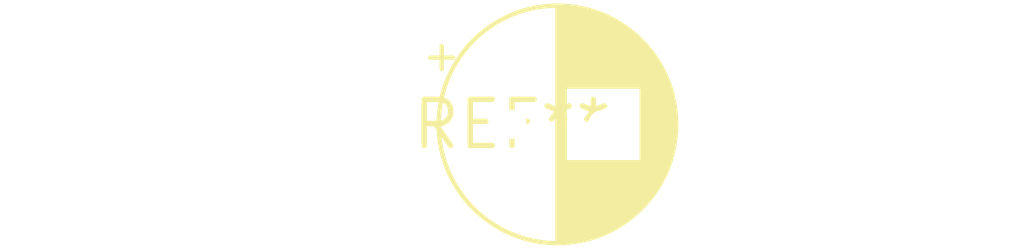
<source format=kicad_pcb>
(kicad_pcb (version 20240108) (generator pcbnew)
  (layers (0 "F.Cu" signal) (31 "B.Cu" signal) (34 "B.Paste" user) (35 "F.Paste" user) (36 "B.SilkS" user "B.Silkscreen") (37 "F.SilkS" user "F.Silkscreen") (38 "B.Mask" user) (39 "F.Mask" user) (44 "Edge.Cuts" user))
  (net 0 "")
  (footprint "CP_Radial_D6.3mm_P2.50mm" (layer "F.Cu") (at 0 0)
    (property "Reference" "REF**")
    (property "Value" "CP_Radial_D6.3mm_P2.50mm")
    (fp_line (start -2.250241 -1.839) (end -1.620241 -1.839) (layer "F.SilkS") (stroke (width 0.12)))
    (fp_line (start -1.935241 -2.154) (end -1.935241 -1.524) (layer "F.SilkS") (stroke (width 0.12)))
    (fp_line (start 1.25 -3.23) (end 1.25 3.23) (layer "F.SilkS") (stroke (width 0.12)))
    (fp_line (start 1.29 -3.23) (end 1.29 3.23) (layer "F.SilkS") (stroke (width 0.12)))
    (fp_line (start 1.33 -3.23) (end 1.33 3.23) (layer "F.SilkS") (stroke (width 0.12)))
    (fp_line (start 1.37 -3.228) (end 1.37 3.228) (layer "F.SilkS") (stroke (width 0.12)))
    (fp_line (start 1.41 -3.227) (end 1.41 3.227) (layer "F.SilkS") (stroke (width 0.12)))
    (fp_line (start 1.45 -3.224) (end 1.45 3.224) (layer "F.SilkS") (stroke (width 0.12)))
    (fp_line (start 1.49 -3.222) (end 1.49 -1.04) (layer "F.SilkS") (stroke (width 0.12)))
    (fp_line (start 1.49 1.04) (end 1.49 3.222) (layer "F.SilkS") (stroke (width 0.12)))
    (fp_line (start 1.53 -3.218) (end 1.53 -1.04) (layer "F.SilkS") (stroke (width 0.12)))
    (fp_line (start 1.53 1.04) (end 1.53 3.218) (layer "F.SilkS") (stroke (width 0.12)))
    (fp_line (start 1.57 -3.215) (end 1.57 -1.04) (layer "F.SilkS") (stroke (width 0.12)))
    (fp_line (start 1.57 1.04) (end 1.57 3.215) (layer "F.SilkS") (stroke (width 0.12)))
    (fp_line (start 1.61 -3.211) (end 1.61 -1.04) (layer "F.SilkS") (stroke (width 0.12)))
    (fp_line (start 1.61 1.04) (end 1.61 3.211) (layer "F.SilkS") (stroke (width 0.12)))
    (fp_line (start 1.65 -3.206) (end 1.65 -1.04) (layer "F.SilkS") (stroke (width 0.12)))
    (fp_line (start 1.65 1.04) (end 1.65 3.206) (layer "F.SilkS") (stroke (width 0.12)))
    (fp_line (start 1.69 -3.201) (end 1.69 -1.04) (layer "F.SilkS") (stroke (width 0.12)))
    (fp_line (start 1.69 1.04) (end 1.69 3.201) (layer "F.SilkS") (stroke (width 0.12)))
    (fp_line (start 1.73 -3.195) (end 1.73 -1.04) (layer "F.SilkS") (stroke (width 0.12)))
    (fp_line (start 1.73 1.04) (end 1.73 3.195) (layer "F.SilkS") (stroke (width 0.12)))
    (fp_line (start 1.77 -3.189) (end 1.77 -1.04) (layer "F.SilkS") (stroke (width 0.12)))
    (fp_line (start 1.77 1.04) (end 1.77 3.189) (layer "F.SilkS") (stroke (width 0.12)))
    (fp_line (start 1.81 -3.182) (end 1.81 -1.04) (layer "F.SilkS") (stroke (width 0.12)))
    (fp_line (start 1.81 1.04) (end 1.81 3.182) (layer "F.SilkS") (stroke (width 0.12)))
    (fp_line (start 1.85 -3.175) (end 1.85 -1.04) (layer "F.SilkS") (stroke (width 0.12)))
    (fp_line (start 1.85 1.04) (end 1.85 3.175) (layer "F.SilkS") (stroke (width 0.12)))
    (fp_line (start 1.89 -3.167) (end 1.89 -1.04) (layer "F.SilkS") (stroke (width 0.12)))
    (fp_line (start 1.89 1.04) (end 1.89 3.167) (layer "F.SilkS") (stroke (width 0.12)))
    (fp_line (start 1.93 -3.159) (end 1.93 -1.04) (layer "F.SilkS") (stroke (width 0.12)))
    (fp_line (start 1.93 1.04) (end 1.93 3.159) (layer "F.SilkS") (stroke (width 0.12)))
    (fp_line (start 1.971 -3.15) (end 1.971 -1.04) (layer "F.SilkS") (stroke (width 0.12)))
    (fp_line (start 1.971 1.04) (end 1.971 3.15) (layer "F.SilkS") (stroke (width 0.12)))
    (fp_line (start 2.011 -3.141) (end 2.011 -1.04) (layer "F.SilkS") (stroke (width 0.12)))
    (fp_line (start 2.011 1.04) (end 2.011 3.141) (layer "F.SilkS") (stroke (width 0.12)))
    (fp_line (start 2.051 -3.131) (end 2.051 -1.04) (layer "F.SilkS") (stroke (width 0.12)))
    (fp_line (start 2.051 1.04) (end 2.051 3.131) (layer "F.SilkS") (stroke (width 0.12)))
    (fp_line (start 2.091 -3.121) (end 2.091 -1.04) (layer "F.SilkS") (stroke (width 0.12)))
    (fp_line (start 2.091 1.04) (end 2.091 3.121) (layer "F.SilkS") (stroke (width 0.12)))
    (fp_line (start 2.131 -3.11) (end 2.131 -1.04) (layer "F.SilkS") (stroke (width 0.12)))
    (fp_line (start 2.131 1.04) (end 2.131 3.11) (layer "F.SilkS") (stroke (width 0.12)))
    (fp_line (start 2.171 -3.098) (end 2.171 -1.04) (layer "F.SilkS") (stroke (width 0.12)))
    (fp_line (start 2.171 1.04) (end 2.171 3.098) (layer "F.SilkS") (stroke (width 0.12)))
    (fp_line (start 2.211 -3.086) (end 2.211 -1.04) (layer "F.SilkS") (stroke (width 0.12)))
    (fp_line (start 2.211 1.04) (end 2.211 3.086) (layer "F.SilkS") (stroke (width 0.12)))
    (fp_line (start 2.251 -3.074) (end 2.251 -1.04) (layer "F.SilkS") (stroke (width 0.12)))
    (fp_line (start 2.251 1.04) (end 2.251 3.074) (layer "F.SilkS") (stroke (width 0.12)))
    (fp_line (start 2.291 -3.061) (end 2.291 -1.04) (layer "F.SilkS") (stroke (width 0.12)))
    (fp_line (start 2.291 1.04) (end 2.291 3.061) (layer "F.SilkS") (stroke (width 0.12)))
    (fp_line (start 2.331 -3.047) (end 2.331 -1.04) (layer "F.SilkS") (stroke (width 0.12)))
    (fp_line (start 2.331 1.04) (end 2.331 3.047) (layer "F.SilkS") (stroke (width 0.12)))
    (fp_line (start 2.371 -3.033) (end 2.371 -1.04) (layer "F.SilkS") (stroke (width 0.12)))
    (fp_line (start 2.371 1.04) (end 2.371 3.033) (layer "F.SilkS") (stroke (width 0.12)))
    (fp_line (start 2.411 -3.018) (end 2.411 -1.04) (layer "F.SilkS") (stroke (width 0.12)))
    (fp_line (start 2.411 1.04) (end 2.411 3.018) (layer "F.SilkS") (stroke (width 0.12)))
    (fp_line (start 2.451 -3.002) (end 2.451 -1.04) (layer "F.SilkS") (stroke (width 0.12)))
    (fp_line (start 2.451 1.04) (end 2.451 3.002) (layer "F.SilkS") (stroke (width 0.12)))
    (fp_line (start 2.491 -2.986) (end 2.491 -1.04) (layer "F.SilkS") (stroke (width 0.12)))
    (fp_line (start 2.491 1.04) (end 2.491 2.986) (layer "F.SilkS") (stroke (width 0.12)))
    (fp_line (start 2.531 -2.97) (end 2.531 -1.04) (layer "F.SilkS") (stroke (width 0.12)))
    (fp_line (start 2.531 1.04) (end 2.531 2.97) (layer "F.SilkS") (stroke (width 0.12)))
    (fp_line (start 2.571 -2.952) (end 2.571 -1.04) (layer "F.SilkS") (stroke (width 0.12)))
    (fp_line (start 2.571 1.04) (end 2.571 2.952) (layer "F.SilkS") (stroke (width 0.12)))
    (fp_line (start 2.611 -2.934) (end 2.611 -1.04) (layer "F.SilkS") (stroke (width 0.12)))
    (fp_line (start 2.611 1.04) (end 2.611 2.934) (layer "F.SilkS") (stroke (width 0.12)))
    (fp_line (start 2.651 -2.916) (end 2.651 -1.04) (layer "F.SilkS") (stroke (width 0.12)))
    (fp_line (start 2.651 1.04) (end 2.651 2.916) (layer "F.SilkS") (stroke (width 0.12)))
    (fp_line (start 2.691 -2.896) (end 2.691 -1.04) (layer "F.SilkS") (stroke (width 0.12)))
    (fp_line (start 2.691 1.04) (end 2.691 2.896) (layer "F.SilkS") (stroke (width 0.12)))
    (fp_line (start 2.731 -2.876) (end 2.731 -1.04) (layer "F.SilkS") (stroke (width 0.12)))
    (fp_line (start 2.731 1.04) (end 2.731 2.876) (layer "F.SilkS") (stroke (width 0.12)))
    (fp_line (start 2.771 -2.856) (end 2.771 -1.04) (layer "F.SilkS") (stroke (width 0.12)))
    (fp_line (start 2.771 1.04) (end 2.771 2.856) (layer "F.SilkS") (stroke (width 0.12)))
    (fp_line (start 2.811 -2.834) (end 2.811 -1.04) (layer "F.SilkS") (stroke (width 0.12)))
    (fp_line (start 2.811 1.04) (end 2.811 2.834) (layer "F.SilkS") (stroke (width 0.12)))
    (fp_line (start 2.851 -2.812) (end 2.851 -1.04) (layer "F.SilkS") (stroke (width 0.12)))
    (fp_line (start 2.851 1.04) (end 2.851 2.812) (layer "F.SilkS") (stroke (width 0.12)))
    (fp_line (start 2.891 -2.79) (end 2.891 -1.04) (layer "F.SilkS") (stroke (width 0.12)))
    (fp_line (start 2.891 1.04) (end 2.891 2.79) (layer "F.SilkS") (stroke (width 0.12)))
    (fp_line (start 2.931 -2.766) (end 2.931 -1.04) (layer "F.SilkS") (stroke (width 0.12)))
    (fp_line (start 2.931 1.04) (end 2.931 2.766) (layer "F.SilkS") (stroke (width 0.12)))
    (fp_line (start 2.971 -2.742) (end 2.971 -1.04) (layer "F.SilkS") (stroke (width 0.12)))
    (fp_line (start 2.971 1.04) (end 2.971 2.742) (layer "F.SilkS") (stroke (width 0.12)))
    (fp_line (start 3.011 -2.716) (end 3.011 -1.04) (layer "F.SilkS") (stroke (width 0.12)))
    (fp_line (start 3.011 1.04) (end 3.011 2.716) (layer "F.SilkS") (stroke (width 0.12)))
    (fp_line (start 3.051 -2.69) (end 3.051 -1.04) (layer "F.SilkS") (stroke (width 0.12)))
    (fp_line (start 3.051 1.04) (end 3.051 2.69) (layer "F.SilkS") (stroke (width 0.12)))
    (fp_line (start 3.091 -2.664) (end 3.091 -1.04) (layer "F.SilkS") (stroke (width 0.12)))
    (fp_line (start 3.091 1.04) (end 3.091 2.664) (layer "F.SilkS") (stroke (width 0.12)))
    (fp_line (start 3.131 -2.636) (end 3.131 -1.04) (layer "F.SilkS") (stroke (width 0.12)))
    (fp_line (start 3.131 1.04) (end 3.131 2.636) (layer "F.SilkS") (stroke (width 0.12)))
    (fp_line (start 3.171 -2.607) (end 3.171 -1.04) (layer "F.SilkS") (stroke (width 0.12)))
    (fp_line (start 3.171 1.04) (end 3.171 2.607) (layer "F.SilkS") (stroke (width 0.12)))
    (fp_line (start 3.211 -2.578) (end 3.211 -1.04) (layer "F.SilkS") (stroke (width 0.12)))
    (fp_line (start 3.211 1.04) (end 3.211 2.578) (layer "F.SilkS") (stroke (width 0.12)))
    (fp_line (start 3.251 -2.548) (end 3.251 -1.04) (layer "F.SilkS") (stroke (width 0.12)))
    (fp_line (start 3.251 1.04) (end 3.251 2.548) (layer "F.SilkS") (stroke (width 0.12)))
    (fp_line (start 3.291 -2.516) (end 3.291 -1.04) (layer "F.SilkS") (stroke (width 0.12)))
    (fp_line (start 3.291 1.04) (end 3.291 2.516) (layer "F.SilkS") (stroke (width 0.12)))
    (fp_line (start 3.331 -2.484) (end 3.331 -1.04) (layer "F.SilkS") (stroke (width 0.12)))
    (fp_line (start 3.331 1.04) (end 3.331 2.484) (layer "F.SilkS") (stroke (width 0.12)))
    (fp_line (start 3.371 -2.45) (end 3.371 -1.04) (layer "F.SilkS") (stroke (width 0.12)))
    (fp_line (start 3.371 1.04) (end 3.371 2.45) (layer "F.SilkS") (stroke (width 0.12)))
    (fp_line (start 3.411 -2.416) (end 3.411 -1.04) (layer "F.SilkS") (stroke (width 0.12)))
    (fp_line (start 3.411 1.04) (end 3.411 2.416) (layer "F.SilkS") (stroke (width 0.12)))
    (fp_line (start 3.451 -2.38) (end 3.451 -1.04) (layer "F.SilkS") (stroke (width 0.12)))
    (fp_line (start 3.451 1.04) (end 3.451 2.38) (layer "F.SilkS") (stroke (width 0.12)))
    (fp_line (start 3.491 -2.343) (end 3.491 -1.04) (layer "F.SilkS") (stroke (width 0.12)))
    (fp_line (start 3.491 1.04) (end 3.491 2.343) (layer "F.SilkS") (stroke (width 0.12)))
    (fp_line (start 3.531 -2.305) (end 3.531 -1.04) (layer "F.SilkS") (stroke (width 0.12)))
    (fp_line (start 3.531 1.04) (end 3.531 2.305) (layer "F.SilkS") (stroke (width 0.12)))
    (fp_line (start 3.571 -2.265) (end 3.571 2.265) (layer "F.SilkS") (stroke (width 0.12)))
    (fp_line (start 3.611 -2.224) (end 3.611 2.224) (layer "F.SilkS") (stroke (width 0.12)))
    (fp_line (start 3.651 -2.182) (end 3.651 2.182) (layer "F.SilkS") (stroke (width 0.12)))
    (fp_line (start 3.691 -2.137) (end 3.691 2.137) (layer "F.SilkS") (stroke (width 0.12)))
    (fp_line (start 3.731 -2.092) (end 3.731 2.092) (layer "F.SilkS") (stroke (width 0.12)))
    (fp_line (start 3.771 -2.044) (end 3.771 2.044) (layer "F.SilkS") (stroke (width 0.12)))
    (fp_line (start 3.811 -1.995) (end 3.811 1.995) (layer "F.SilkS") (stroke (width 0.12)))
    (fp_line (start 3.851 -1.944) (end 3.851 1.944) (layer "F.SilkS") (stroke (width 0.12)))
    (fp_line (start 3.891 -1.89) (end 3.891 1.89) (layer "F.SilkS") (stroke (width 0.12)))
    (fp_line (start 3.931 -1.834) (end 3.931 1.834) (layer "F.SilkS") (stroke (width 0.12)))
    (fp_line (start 3.971 -1.776) (end 3.971 1.776) (layer "F.SilkS") (stroke (width 0.12)))
    (fp_line (start 4.011 -1.714) (end 4.011 1.714) (layer "F.SilkS") (stroke (width 0.12)))
    (fp_line (start 4.051 -1.65) (end 4.051 1.65) (layer "F.SilkS") (stroke (width 0.12)))
    (fp_line (start 4.091 -1.581) (end 4.091 1.581) (layer "F.SilkS") (stroke (width 0.12)))
    (fp_line (start 4.131 -1.509) (end 4.131 1.509) (layer "F.SilkS") (stroke (width 0.12)))
    (fp_line (start 4.171 -1.432) (end 4.171 1.432) (layer "F.SilkS") (stroke (width 0.12)))
    (fp_line (start 4.211 -1.35) (end 4.211 1.35) (layer "F.SilkS") (stroke (width 0.12)))
    (fp_line (start 4.251 -1.262) (end 4.251 1.262) (layer "F.SilkS") (stroke (width 0.12)))
    (fp_line (start 4.291 -1.165) (end 4.291 1.165) (layer "F.SilkS") (stroke (width 0.12)))
    (fp_line (start 4.331 -1.059) (end 4.331 1.059) (layer "F.SilkS") (stroke (width 0.12)))
    (fp_line (start 4.371 -0.94) (end 4.371 0.94) (layer "F.SilkS") (stroke (width 0.12)))
    (fp_line (start 4.411 -0.802) (end 4.411 0.802) (layer "F.SilkS") (stroke (width 0.12)))
    (fp_line (start 4.451 -0.633) (end 4.451 0.633) (layer "F.SilkS") (stroke (width 0.12)))
    (fp_line (start 4.491 -0.402) (end 4.491 0.402) (layer "F.SilkS") (stroke (width 0.12)))
    (fp_circle (center 1.25 0) (end 4.52 0) (layer "F.SilkS") (stroke (width 0.12)) (fill none))
    (pad "1" thru_hole rect (at 0 0) (size 1.6 1.6) (drill 0.8) (layers *.Cu *.Mask) (remove_unused_layers))
    (pad "2" thru_hole circle (at 2.5 0) (size 1.6 1.6) (drill 0.8) (layers *.Cu *.Mask) (remove_unused_layers))
  )
)
</source>
